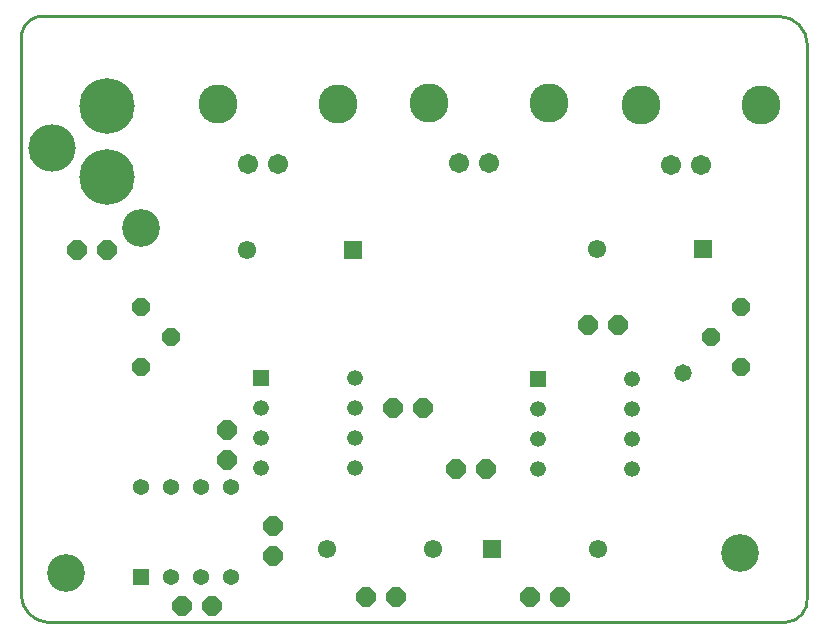
<source format=gts>
G04*
G04 #@! TF.GenerationSoftware,Altium Limited,Altium Designer,21.2.2 (38)*
G04*
G04 Layer_Color=8388736*
%FSLAX25Y25*%
%MOIN*%
G70*
G04*
G04 #@! TF.SameCoordinates,E511DB09-7795-4F42-8736-8E558125F004*
G04*
G04*
G04 #@! TF.FilePolarity,Negative*
G04*
G01*
G75*
%ADD13C,0.01000*%
%ADD16P,0.06927X8X202.5*%
%ADD17P,0.06927X8X292.5*%
%ADD18R,0.05367X0.05367*%
%ADD19C,0.05367*%
%ADD20C,0.06115*%
%ADD21R,0.06115X0.06115*%
%ADD22P,0.06494X8X22.5*%
%ADD23R,0.05261X0.05261*%
%ADD24C,0.05261*%
%ADD25C,0.13005*%
%ADD26C,0.06706*%
%ADD27C,0.15761*%
%ADD28C,0.18517*%
%ADD29C,0.12611*%
%ADD30C,0.05800*%
D13*
X79473Y51999D02*
G03*
X88000Y43000I9277J251D01*
G01*
X334500D02*
G03*
X341500Y51000I-500J7500D01*
G01*
X341500Y235500D02*
G03*
X332000Y245000I-9500J0D01*
G01*
X88000Y245000D02*
G03*
X79500Y239000I-1250J-7250D01*
G01*
X79500Y51999D02*
X79500Y239000D01*
X88000Y43000D02*
X334500D01*
X341500Y51000D02*
Y235500D01*
X88000Y245000D02*
X332000Y245000D01*
D16*
X98000Y167000D02*
D03*
X108000D02*
D03*
X143000Y48500D02*
D03*
X133000D02*
D03*
X249000Y51500D02*
D03*
X259000D02*
D03*
X224500Y94000D02*
D03*
X234500D02*
D03*
X268500Y142000D02*
D03*
X278500D02*
D03*
X194500Y51500D02*
D03*
X204500D02*
D03*
X213500Y114500D02*
D03*
X203500D02*
D03*
D17*
X163500Y65000D02*
D03*
Y75000D02*
D03*
X148000Y97000D02*
D03*
Y107000D02*
D03*
D18*
X119500Y58000D02*
D03*
D19*
X129500D02*
D03*
X139500D02*
D03*
X149500D02*
D03*
Y88000D02*
D03*
X139500D02*
D03*
X129500D02*
D03*
X119500D02*
D03*
D20*
X271716Y67500D02*
D03*
X271283Y167500D02*
D03*
X154783Y167000D02*
D03*
X216717Y67500D02*
D03*
X181283D02*
D03*
D21*
X236283D02*
D03*
X306717Y167500D02*
D03*
X190217Y167000D02*
D03*
D22*
X119500Y148000D02*
D03*
X129500Y138000D02*
D03*
X119500Y128000D02*
D03*
X319500D02*
D03*
X309500Y138000D02*
D03*
X319500Y148000D02*
D03*
D23*
X251874Y124000D02*
D03*
X159374Y124500D02*
D03*
D24*
X251874Y114000D02*
D03*
Y104000D02*
D03*
Y94000D02*
D03*
X283126D02*
D03*
Y104000D02*
D03*
Y114000D02*
D03*
Y124000D02*
D03*
X190626Y124500D02*
D03*
Y114500D02*
D03*
Y104500D02*
D03*
Y94500D02*
D03*
X159374D02*
D03*
Y104500D02*
D03*
Y114500D02*
D03*
D25*
X145000Y215910D02*
D03*
X185000D02*
D03*
X215500Y216000D02*
D03*
X255500D02*
D03*
X326000Y215500D02*
D03*
X286000D02*
D03*
D26*
X165000Y195878D02*
D03*
X155000D02*
D03*
X235500Y195968D02*
D03*
X225500D02*
D03*
X296000Y195468D02*
D03*
X306000D02*
D03*
D27*
X89693Y201220D02*
D03*
D28*
X108000Y215000D02*
D03*
Y191378D02*
D03*
D29*
X119500Y174500D02*
D03*
X94500Y59500D02*
D03*
X319000Y66000D02*
D03*
D30*
X300000Y126000D02*
D03*
M02*

</source>
